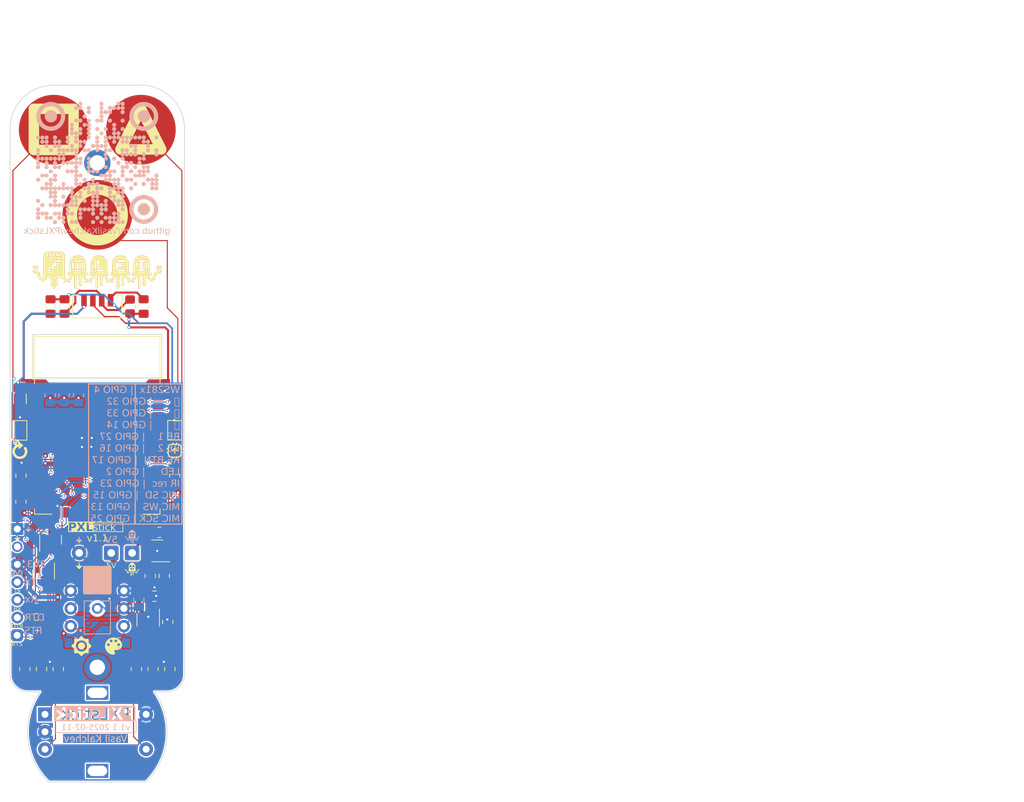
<source format=kicad_pcb>
(kicad_pcb (version 20240108) (generator "pcbnew") (generator_version "8.0")
  (title_block (title "PXL stick") (date "2025-02-11") (rev "1.1") (company "Vas' lab") (comment 1 "https://github.com/VasilKalchev/PXLstick"))
  (layers (0 "F.Cu" mixed) (31 "B.Cu" mixed) (36 "B.SilkS" user "B.Silkscreen") (37 "F.SilkS" user "F.Silkscreen") (38 "B.Mask" user) (39 "F.Mask" user) (44 "Edge.Cuts" user))
  (net 0 "")
  (net 1 "MIC_SCK")
  (net 2 "MIC_SD")
  (net 3 "MIC_WS")
  (net 4 "REB")
  (net 5 "RE2")
  (net 6 "RE1")
  (net 7 "Net-(U2-VS)")
  (net 8 "/MCU/SERIAL_TX")
  (net 9 "/MCU/SERIAL_RX")
  (net 10 "GND")
  (net 11 "+3V3")
  (net 12 "Net-(D1-K)")
  (net 14 "Net-(U3-CHIPEN)")
  (net 15 "Net-(U5-A)")
  (net 20 "/MCU/SERIAL_DTR")
  (net 21 "/MCU/SERIAL_RTS")
  (net 22 "/MCU/MCU_TX")
  (net 23 "/MCU/MCU_RX")
  (net 24 "+5V")
  (net 25 "/MCU/LED")
  (net 28 "IR")
  (net 29 "/WS2812b output/WS2812_5V")
  (net 30 "TB2")
  (net 31 "TB3")
  (net 32 "TB1")
  (net 33 "Net-(Q1-G)")
  (net 34 "/MCU/MCU_EN")
  (net 35 "Net-(Q2-G)")
  (net 36 "/MCU/WS2812_3V3")
  (net 37 "/MCU/MCU_BOOT")
  (footprint "Vishay:TSOP75_WTT_VIS" (layer "F.Cu") (at 73.355349 71.094651 -90)
    (property "Reference" "U2" (hide yes))
    (property "Value" "TSOP75438WTT")
  )
  (footprint "Capacitor_SMD:C_0805_2012Metric_Pad1.18x1.45mm_HandSolder" (layer "F.Cu") (at 68.655349 71.094651 -90)
    (property "Reference" "C6" (hide yes))
    (property "Value" "100n")
  )
  (footprint "Capacitor_SMD:C_0805_2012Metric_Pad1.18x1.45mm_HandSolder" (layer "F.Cu") (at 80 71.1 90)
    (property "Reference" "C10" (hide yes))
    (property "Value" "100n")
  )
  (footprint "Resistor_SMD:R_0805_2012Metric_Pad1.20x1.40mm_HandSolder" (layer "F.Cu") (at 78.055349 71.094651 90)
    (property "Reference" "R8" (hide yes))
    (property "Value" "33")
  )
  (footprint "LOGO" (layer "F.Cu") (at 71.087467 119.787467)
    (property "Reference" "ss4" (hide yes))
    (property "Value" "brightness" (hide yes))
  )
  (footprint "Espressif:ESP32-WROOM-32E" (layer "F.Cu") (at 73.355349 89.884651)
    (property "Reference" "U4" (hide yes))
    (property "Value" "ESP32-WROOM-E")
  )
  (footprint "Package_TO_SOT_SMD:SOT-23-6" (layer "F.Cu") (at 81.955349 106.144651 180)
    (property "Reference" "U5" (hide yes))
    (property "Value" "SN74LVC1T45DCK")
  )
  (footprint "Resistor_SMD:R_0805_2012Metric_Pad1.20x1.40mm_HandSolder" (layer "F.Cu") (at 62.955349 123.094651 90)
    (property "Reference" "R4" (hide yes))
    (property "Value" "10k")
  )
  (footprint "Pad:Touch_Circular_10mm" (layer "F.Cu") (at 73.355349 57.95)
    (property "Reference" "SW3" (hide yes))
    (property "Value" "~" (hide yes))
  )
  (footprint "Capacitor_SMD:C_0805_2012Metric_Pad1.18x1.45mm_HandSolder" (layer "F.Cu") (at 65.355349 123.094651 90)
    (property "Reference" "C5" (hide yes))
    (property "Value" "100n")
  )
  (footprint "Pad:Touch_Circular_10mm" (layer "F.Cu") (at 79.605349 45.744651 90)
    (property "Reference" "SW2" (hide yes))
    (property "Value" "~" (hide yes))
  )
  (footprint "Capacitor_SMD:C_1206_3216Metric_Pad1.33x1.80mm_HandSolder" (layer "F.Cu") (at 62.255349 84.344651 90)
    (property "Reference" "C8" (hide yes))
    (property "Value" "100n")
  )
  (footprint "Resistor_SMD:R_0805_2012Metric_Pad1.20x1.40mm_HandSolder" (layer "F.Cu") (at 64.655349 114.394651)
    (property "Reference" "R13" (hide yes))
    (property "Value" "10k")
  )
  (footprint "NetTie_Vasil:NetTie-2_SMD_Pad0.20mm" (layer "F.Cu") (at 63.355349 109.544651 -90)
    (property "Reference" "NT2" (hide yes))
    (property "Value" "NetTie_2" (hide yes))
  )
  (footprint "Package_TO_SOT_SMD:SOT-23" (layer "F.Cu") (at 65.655349 109.544651 -90)
    (property "Reference" "Q2" (hide yes))
    (property "Value" "IRLML6244")
  )
  (footprint "LOGO" (layer "F.Cu") (at 78.35 108.8)
    (property "Reference" "G***" (hide yes))
    (property "Value" "LOGO" (hide yes))
  )
  (footprint "Package_TO_SOT_SMD:SOT-23-5_HandSoldering" (layer "F.Cu") (at 80.655349 116.044651 -90)
    (property "Reference" "U1" (hide yes))
    (property "Value" "AP2112K-3.3")
  )
  (footprint "Jumper:SolderJumper-2_P1.3mm_Open_TrianglePad1.0x1.5mm" (layer "F.Cu") (at 84.455349 88.844651 90)
    (property "Reference" "JP2" (hide yes))
    (property "Value" "BOOT")
  )
  (footprint "NetTie_Vasil:NetTie-2_SMD_Pad0.20mm" (layer "F.Cu") (at 63.355349 112.244651 -90)
    (property "Reference" "NT1" (hide yes))
    (property "Value" "NetTie_2" (hide yes))
  )
  (footprint "Resistor_SMD:R_0805_2012Metric_Pad1.20x1.40mm_HandSolder" (layer "F.Cu") (at 64.655349 116.844651)
    (property "Reference" "R14" (hide yes))
    (property "Value" "10k")
  )
  (footprint "Capacitor_SMD:C_0805_2012Metric_Pad1.18x1.45mm_HandSolder" (layer "F.Cu") (at 82.955349 109.744651 -90)
    (property "Reference" "C16" (hide yes))
    (property "Value" "470n")
  )
  (footprint "Capacitor_SMD:C_0805_2012Metric_Pad1.18x1.45mm_HandSolder" (layer "F.Cu") (at 83.455349 116.344651 90)
    (property "Reference" "C2" (hide yes))
    (property "Value" "1u")
  )
  (footprint "LOGO" (layer "F.Cu") (at 75.712533 119.787467)
    (property "Reference" "ss5" (hide yes))
    (property "Value" "palette" (hide yes))
  )
  (footprint "Jumper:SolderJumper-2_P1.3mm_Open_TrianglePad1.0x1.5mm" (layer "F.Cu") (at 62.255349 88.869651 -90)
    (property "Reference" "JP1" (hide yes))
    (property "Value" "RST")
  )
  (footprint "Capacitor_SMD:C_0805_2012Metric_Pad1.18x1.45mm_HandSolder" (layer "F.Cu") (at 80.955349 109.744651 -90)
    (property "Reference" "C15" (hide yes))
    (property "Value" "470n")
  )
  (footprint "Connector_Wire:SolderWire-0.5sqmm_1x01_D0.9mm_OD2.1mm" (layer "F.Cu") (at 78.355349 106.444651)
    (property "Reference" "J4" (hide yes))
    (property "Value" "Conn_01x01" (hide yes))
  )
  (footprint "Resistor_SMD:R_0805_2012Metric_Pad1.20x1.40mm_HandSolder" (layer "F.Cu") (at 82.255349 103.494651)
    (property "Reference" "R15" (hide yes))
    (property "Value" "430")
  )
  (footprint "Pad:Touch_Circular_10mm" (layer "F.Cu") (at 67.105349 45.744651 90)
    (property "Reference" "SW1" (hide yes))
    (property "Value" "~" (hide yes))
  )
  (footprint "Resistor_SMD:R_0805_2012Metric_Pad1.20x1.40mm_HandSolder" (layer "F.Cu") (at 81.355349 123.094651 90)
    (property "Reference" "R5" (hide yes))
    (property "Value" "10k")
  )
  (footprint "Connector_Wire:SolderWire-0.5sqmm_1x02_P4.6mm_D0.9mm_OD2.1mm" (layer "F.Cu") (at 75.355349 106.444651 180)
    (property "Reference" "J1" (hide yes))
    (property "Value" "Conn_01x02" (hide yes))
  )
  (footprint "Rotary_Encoder:RotaryEncoder_Alps_EC11E-Switch_Vertical_H20mm" (layer "F.Cu") (at 65.855349 129.594651)
    (property "Reference" "RE1" (hide yes))
    (property "Value" "RotaryEncoder_Switch")
  )
  (footprint "Resistor_SMD:R_0805_2012Metric_Pad1.20x1.40mm_HandSolder" (layer "F.Cu") (at 84.45 95.35 90)
    (property "Reference" "R12" (hide yes))
    (property "Value" "20k")
  )
  (footprint "Capacitor_SMD:C_0805_2012Metric_Pad1.18x1.45mm_HandSolder" (layer "F.Cu") (at 66.65 71.1 90)
    (property "Reference" "C9" (hide yes))
    (property "Value" "100n")
  )
  (footprint "Capacitor_SMD:C_0805_2012Metric_Pad1.18x1.45mm_HandSolder" (layer "F.Cu") (at 62.4125 95.3375 90)
    (property "Reference" "C14" (hide yes))
    (property "Value" "100n")
  )
  (footprint "LOGO" (layer "F.Cu") (at 73.355349 65.844651)
    (property "Reference" "ss2" (hide yes))
    (property "Value" "wled logo" (hide yes))
  )
  (footprint "LOGO" (layer "F.Cu") (at 84.46 91.78)
    (property "Reference" "ss7" (hide yes))
    (property "Value" "bootloader" (hide yes))
  )
  (footprint "Resistor_SMD:R_0805_2012Metric_Pad1.20x1.40mm_HandSolder" (layer "F.Cu") (at 62.4 99.1 90)
    (property "Reference" "R11" (hide yes))
    (property "Value" "20k")
  )
  (footprint "Connector_PinSocket_2.54mm:PinSocket_1x01_P2.54mm_Vertical" (layer "F.Cu") (at 61.855349 118.249651)
    (property "Reference" "J3" (hide yes))
    (property "Value" "Conn_01x01_Socket" (hide yes))
  )
  (footprint "Capacitor_SMD:C_0805_2012Metric_Pad1.18x1.45mm_HandSolder" (layer "F.Cu") (at 83.755349 123.094651 90)
    (property "Reference" "C3" (hide yes))
    (property "Value" "100n")
  )
  (footprint "LOGO" (layer "F.Cu") (at 73.355349 65.844651)
    (property "Reference" "G***" (hide yes))
    (property "Value" "LOGO" (hide yes))
  )
  (footprint "LED_SMD:LED_0805_2012Metric_Pad1.15x1.40mm_HandSolder" (layer "F.Cu") (at 73.35 110.75)
    (property "Reference" "D1" (hide yes))
    (property "Value" "LED_Small")
  )
  (footprint "Resistor_SMD:R_0805_2012Metric_Pad1.20x1.40mm_HandSolder" (layer "F.Cu") (at 73.35 112.65 180)
    (property "Reference" "R1" (hide yes))
    (property "Value" "470")
  )
  (footprint "Capacitor_SMD:C_0805_2012Metric_Pad1.18x1.45mm_HandSolder" (layer "F.Cu") (at 81.555349 112.644651)
    (property "Reference" "C1" (hide yes))
    (property "Value" "1u")
  )
  (footprint "Connector_PinSocket_2.54mm:PinSocket_1x06_P2.54mm_Vertical" (layer "F.Cu") (at 61.880349 103.009651)
    (property "Reference" "J2" (hide yes))
    (property "Value" "Conn_01x06_Socket" (hide yes))
  )
  (footprint "Capacitor_SMD:C_0805_2012Metric_Pad1.18x1.45mm_HandSolder" (layer "F.Cu") (at 67.755349 123.094651 90)
    (property "Reference" "C4" (hide yes))
    (property "Value" "100n")
  )
  (footprint "Package_TO_SOT_SMD:SOT-23" (layer "F.Cu") (at 66.655349 104.544651 90)
    (property "Reference" "Q1" (hide yes))
    (property "Value" "IRLML6244")
  )
  (footprint "LOGO" (layer "F.Cu") (at 62.25 91.73 90)
    (property "Reference" "ss6" (hide yes))
    (property "Value" "reset" (hide yes))
  )
  (footprint "Resistor_SMD:R_0805_2012Metric_Pad1.20x1.40mm_HandSolder" (layer "F.Cu") (at 78.955349 123.094651 -90)
    (property "Reference" "R3" (hide yes))
    (property "Value" "10k")
  )
  (footprint "Resistor_SMD:R_0805_2012Metric_Pad1.20x1.40mm_HandSolder" (layer "B.Cu") (at 70.255349 119.344651)
    (property "Reference" "R9" (hide yes))
    (property "Value" "10k")
  )
  (footprint "LOGO" (layer "B.Cu") (at 73.355349 50.494651 180)
    (property "Reference" "ss1" (hide yes))
    (property "Value" "qr" (hide yes))
  )
  (footprint "Resistor_SMD:R_0805_2012Metric_Pad1.20x1.40mm_HandSolder" (layer "B.Cu") (at 76.455349 119.344651 180)
    (property "Reference" "R10" (hide yes))
    (property "Value" "100k")
  )
  (footprint "MountingHole:MountingHole_2.2mm_M2_ISO14580_Pad_TopOnly" (layer "B.Cu") (at 73.355349 50.494651 180)
    (property "Reference" "H1" (hide yes))
    (property "Value" "MountingHole")
  )
  (footprint "LOGO" (layer "B.Cu") (at 78.355349 104.1 180)
    (property "Reference" "ss3" (hide yes))
    (property "Value" "ws281x signal" (hide yes))
  )
  (footprint "TDK:INMP441ACEZ-R7" (layer "B.Cu") (at 73.355349 115.688105 -90)
    (property "Reference" "U3" (hide yes))
    (property "Value" "INMP441ACEZ-R7")
  )
  (footprint "Board_breakout:INMP441 breakout" (layer "B.Cu") (at 73.355349 114.398105 180)
    (property "Reference" "A1" (hide yes))
    (property "Value" "INMP441")
    (fp_circle (center 0 0) (end 1 0) (stroke (width 0.05)) (fill none) (layer "Edge.Cuts"))
  )
  (footprint "Capacitor_SMD:C_0805_2012Metric_Pad1.18x1.45mm_HandSolder" (layer "B.Cu") (at 68.605349 83.844651 90)
    (property "Reference" "C11" (hide yes))
    (property "Value" "100n")
  )
  (footprint "Capacitor_SMD:C_0805_2012Metric_Pad1.18x1.45mm_HandSolder" (layer "B.Cu") (at 79.305349 113.144651 90)
    (property "Reference" "C7" (hide yes))
    (property "Value" "100n")
  )
  (footprint "Capacitor_SMD:C_0805_2012Metric_Pad1.18x1.45mm_HandSolder" (layer "B.Cu") (at 70.655349 83.844651 90)
    (property "Reference" "C13" (hide yes))
    (property "Value" "100n")
  )
  (footprint "MountingHole:MountingHole_2.2mm_M2_ISO14580_Pad_TopOnly" (layer "B.Cu") (at 73.355349 122.844651 180)
    (property "Reference" "H2" (hide yes))
    (property "Value" "MountingHole")
  )
  (footprint "Capacitor_SMD:C_0805_2012Metric_Pad1.18x1.45mm_HandSolder" (layer "B.Cu") (at 66.605349 83.844651 90)
    (property "Reference" "C12" (hide yes))
    (property "Value" "100n")
  )
  (gr_line (start 67.29 132.225) (end 67.29 130.5625) (stroke (width 0.1)) (layer "B.SilkS"))
  (gr_line (start 63.455349 102.744651) (end 63.455349 103.144651) (stroke (width 0.15)) (layer "B.SilkS"))
  (gr_line (start 78.8 82.2) (end 78.8 102.3) (stroke (width 0.15)) (layer "B.SilkS"))
  (gr_rect (start 71.555349 108.544651) (end 75.155349 112.144651) (stroke (width 0.5)) (fill solid) (layer "B.SilkS"))
  (gr_rect (start 72.1 82.2) (end 85.5 102.3) (stroke (width 0.15)) (fill none) (layer "B.SilkS"))
  (gr_line (start 78.92 132.225) (end 67.29 132.225) (stroke (width 0.1)) (layer "B.SilkS"))
  (gr_line (start 78.92 130.525) (end 78.92 132.225) (stroke (width 0.1)) (layer "B.SilkS"))
  (gr_line (start 70.75 104.2) (end 70.75 104.65) (stroke (width 0.15)) (layer "B.SilkS"))
  (gr_poly (pts (xy 70.75 105) (xy 71.2 104.55) (xy 70.3 104.55)) (stroke (width 0.05)) (fill solid) (layer "B.SilkS"))
  (gr_poly (pts (xy 63.455349 103.444651) (xy 63.855349 103.044651) (xy 63.055349 103.044651)) (stroke (width 0.05)) (fill solid) (layer "B.SilkS"))
  (gr_poly (pts (xy 61.880349 104.694651) (xy 61.480349 104.294651) (xy 62.280349 104.294651)) (stroke (width 0.05)) (fill solid) (layer "F.SilkS"))
  (gr_poly (pts (xy 70.75 108.75) (xy 70.3 108.3) (xy 71.2 108.3)) (stroke (width 0.05)) (fill solid) (layer "F.SilkS"))
  (gr_line (start 72.73 102.04) (end 77.03 102.04) (stroke (width 0.1)) (layer "F.SilkS"))
  (gr_poly (pts (xy 79.605349 42.720725) (xy 76.680349 48.570725) (xy 82.530349 48.570725)) (stroke (width 1.5)) (fill none) (layer "F.SilkS"))
  (gr_line (start 73.605349 110.344651) (end 73.105349 110.744651) (stroke (width 0.1)) (layer "F.SilkS"))
  (gr_circle (center 73.355349 57.95) (end 77 57.95) (stroke (width 1.5)) (fill none) (layer "F.SilkS"))
  (gr_line (start 73.105349 111.144651) (end 73.105349 110.344651) (stroke (width 0.1)) (layer "F.SilkS"))
  (gr_line (start 77.03 103.39) (end 72.72 103.39) (stroke (width 0.1)) (layer "F.SilkS"))
  (gr_line (start 73.605349 111.144651) (end 73.105349 110.744651) (stroke (width 0.1)) (layer "F.SilkS"))
  (gr_rect (start 64.255349 42.744651) (end 69.955349 48.644651) (stroke (width 1.5)) (fill none) (layer "F.SilkS"))
  (gr_line (start 61.880349 104.394651) (end 61.880349 103.994651) (stroke (width 0.15)) (layer "F.SilkS"))
  (gr_line (start 77.03 102.04) (end 77.03 103.39) (stroke (width 0.1)) (layer "F.SilkS"))
  (gr_line (start 70.75 108.4) (end 70.75 107.95) (stroke (width 0.15)) (layer "F.SilkS"))
  (gr_line (start 73.605349 111.144651) (end 73.605349 110.344651) (stroke (width 0.1)) (layer "F.SilkS"))
  (gr_arc (start 63.331712 126.344537) (mid 61.587582 125.612418) (end 60.855352 123.8447) (stroke (width 0.1)) (layer "Edge.Cuts"))
  (gr_line (start 65.157804 126.353281) (end 63.331712 126.344537) (stroke (width 0.1)) (layer "Edge.Cuts"))
  (gr_arc (start 81.545153 126.355575) (mid 83.311619 133.054032) (end 80.303475 139.290913) (stroke (width 0.1)) (layer "Edge.Cuts"))
  (gr_line (start 60.855349 123.8447) (end 60.855349 45.59465) (stroke (width 0.1)) (layer "Edge.Cuts"))
  (gr_arc (start 79.60535 39.344651) (mid 84.024766 41.175234) (end 85.855349 45.59465) (stroke (width 0.1)) (layer "Edge.Cuts"))
  (gr_line (start 67.10535 39.344651) (end 79.60535 39.344651) (stroke (width 0.1)) (layer "Edge.Cuts"))
  (gr_line (start 83.454566 126.355574) (end 81.545153 126.355575) (stroke (width 0.1)) (layer "Edge.Cuts"))
  (gr_line (start 85.855349 45.59465) (end 85.855349 123.955393) (stroke (width 0.1)) (layer "Edge.Cuts"))
  (gr_arc (start 85.855349 123.955393) (mid 85.088805 125.659748) (end 83.454566 126.355574) (stroke (width 0.1)) (layer "Edge.Cuts"))
  (gr_arc (start 66.400001 139.290913) (mid 63.392743 133.04836) (end 65.157804 126.353281) (stroke (width 0.1)) (layer "Edge.Cuts"))
  (gr_line (start 66.400001 139.290913) (end 80.303475 139.290913) (stroke (width 0.1)) (layer "Edge.Cuts"))
  (gr_arc (start 60.855349 45.59465) (mid 62.685932 41.175234) (end 67.10535 39.344649) (stroke (width 0.1)) (layer "Edge.Cuts"))
  (gr_rect (start 64.105349 75.094651) (end 82.605349 81.344651) (stroke (width 0.1)) (fill none) (layer "Edge.Cuts"))
  (gr_text "Vasil Kalchev" (at 73.09 133.15 0) (layer "B.Cu" knockout) (effects (font (size 1 1)) (justify mirror)))
  (gr_text "PXLstick" (at 73.13 129.65 0) (layer "B.Cu") (effects (font (size 1.7 1.7) (thickness 0.2125)) (justify mirror)))
  (gr_text "Rx" (at 62.955349 113.144651 0) (layer "B.SilkS") (effects (font (size 1 1) (thickness 0.125)) (justify right mirror)))
  (gr_text "Vasil Kalchev" (at 73.09 133.15 0) (layer "B.SilkS") (effects (font (size 1 1)) (justify mirror)))
  (gr_text "3V3" (at 63.255349 108.094651 0) (layer "B.SilkS") (effects (font (size 1 1) (thickness 0.125)) (justify right mirror)))
  (gr_text "Tx" (at 62.955349 110.644651 0) (layer "B.SilkS") (effects (font (size 1 1) (thickness 0.125)) (justify right mirror)))
  (gr_text "DTR" (at 62.905349 115.744651 0) (layer "B.SilkS") (effects (font (size 1 1) (thickness 0.125)) (justify right mirror)))
  (gr_text "PXLstick" (at 73.125 129.65 0) (layer "B.SilkS" knockout) (effects (font (size 1.7 1.7) (bold yes)) (justify mirror)))
  (gr_text "v${REVISION} ${ISSUE_DATE}" (at 73.15 131.5 0) (layer "B.SilkS") (effects (font (size 0.85 0.85) (thickness 0.125)) (justify mirror)))
  (gr_text "5V" (at 75.355349 104.594651 0) (layer "B.SilkS") (effects (font (size 1 1) (thickness 0.125)) (justify mirror)))
  (gr_text "WS281x  | GPIO 4\n󰝣       | GPIO 32\n󰔷       | GPIO 33\n󰄰       | GPIO 14\nRE 1    | GPIO 27\nRE 2    | GPIO 16\nRE BTN  | GPIO 17\nLED     | GPIO 2\nIR rec  | GPIO 23\nMIC SD  | GPIO 15\nMIC WS  | GPIO 13\nMIC SCK | GPIO 25" (at 85.2 82.5 0) (layer "B.SilkS") (effects (font (size 1 1) (thickness 0.125)) (justify left top mirror)))
  (gr_text "RTS" (at 62.855349 117.644651 0) (layer "B.SilkS") (effects (font (size 1 1) (thickness 0.125)) (justify right mirror)))
  (gr_text "github.com/VasilKalchev/PXLstick" (at 73.3 60.3 0) (layer "B.SilkS") (effects (font (size 0.9 0.9) (thickness 0.1875)) (justify mirror)))
  (gr_text "Rx" (at 61.880349 114.444651 0) (layer "F.SilkS") (effects (font (size 0.6 0.6) (thickness 0.075))))
  (gr_text "5V" (at 75.355349 108.3 0) (layer "F.SilkS") (effects (font (size 0.8 0.8) (thickness 0.1))))
  (gr_text "PXL" (at 72.75 102.81 0) (layer "F.SilkS" knockout) (effects (font (size 1.2 1.2) (thickness 0.24) (bold yes)) (justify right)))
  (gr_text "DTR" (at 61.880349 116.994651 0) (layer "F.SilkS") (effects (font (size 0.6 0.6) (thickness 0.075))))
  (gr_text "RTS" (at 61.855349 119.544651 0) (layer "F.SilkS") (effects (font (size 0.6 0.6) (thickness 0.075))))
  (gr_text "3V3" (at 61.875349 109.754651 0) (layer "F.SilkS") (effects (font (size 0.6 0.6) (thickness 0.075)) (justify bottom)))
  (gr_text "v${REVISION}" (at 73.36 103.78 0) (layer "F.SilkS") (effects (font (size 1 1) (thickness 0.1) (italic yes)) (justify top)))
  (gr_text "stick" (at 72.76 102.82 0) (layer "F.SilkS") (effects (font (size 1 1) (thickness 0.15) (italic yes)) (justify left)))
  (gr_text "Tx" (at 61.880349 111.919651 0) (layer "F.SilkS") (effects (font (size 0.6 0.6) (thickness 0.075))))
  (segment (start 69.75 97.9) (end 69.75 97.039302) (width 0.15) (layer "F.Cu") (net 1))
  (segment (start 68.3 115.692756) (end 69.545349 116.938105) (width 0.15) (layer "F.Cu") (net 1))
  (segment (start 69.75 97.039302) (end 67.015349 94.304651) (width 0.15) (layer "F.Cu") (net 1))
  (segment (start 68.3 101.8) (end 68.3 115.692756) (width 0.15) (layer "F.Cu") (net 1))
  (segment (start 67.015349 94.304651) (end 64.605349 94.304651) (width 0.15) (layer "F.Cu") (net 1))
  (via (at 69.75 97.9) (size 0.45) (drill 0.3) (layers "F.Cu" "B.Cu") (net 1))
  (via (at 68.3 101.8) (size 0.45) (drill 0.3) (layers "F.Cu" "B.Cu") (net 1))
  (segment (start 68.3 99.85) (end 68.3 101.8) (width 0.15) (layer "B.Cu") (net 1))
  (segment (start 72.025349 117.558105) (end 71.797076 117.558105) (width 0.15) (layer "B.Cu") (net 1))
  (segment (start 71.583622 117.344651) (end 69.951895 117.344651) (width 0.15) (layer "B.Cu") (net 1))
  (segment (start 71.797076 117.558105) (end 71.583622 117.344651) (width 0.15) (layer "B.Cu") (net 1))
  (segment (start 69.75 97.9) (end 69.75 98.4) (width 0.15) (layer "B.Cu") (net 1))
  (segment (start 69.75 98.4) (end 68.3 99.85) (width 0.15) (layer "B.Cu") (net 1))
  (segment (start 77.655349 110.444651) (end 76.455349 110.444651) (width 0.15) (layer "F.Cu") (net 2))
  (segment (start 77.165349 116.938105) (end 78.655349 115.448105) (width 0.15) (layer "F.Cu") (net 2))
  (segment (start 73.55 105.25) (end 77.795349 101.004651) (width 0.15) (layer "F.Cu") (net 2))
  (segment (start 78.655349 115.448105) (end 78.655349 111.444651) (width 0.15) (layer "F.Cu") (net 2))
  (segment (start 73.55 107.539302) (end 73.55 105.25) (width 0.15) (layer "F.Cu") (net 2))
  (segment (start 76.455349 110.444651) (end 73.55 107.539302) (width 0.15) (layer "F.Cu") (net 2))
  (segment (start 78.655349 111.444651) (end 77.655349 110.444651) (width 0.15) (layer "F.Cu") (net 2))
  (segment (start 72.550349 115.983105) (end 72.025349 116.508105) (width 0.15) (layer "B.Cu") (net 2))
  (segment (start 77.165349 116.938105) (end 77.165349 119.054651) (width 0.15) (layer "B.Cu") (net 2))
  (segment (start 77.148803 116.938105) (end 76.193803 115.983105) (width 0.15) (layer "B.Cu") (net 2))
  (segment (start 76.193803 115.983105) (end 72.550349 115.983105) (width 0.15) (layer "B.Cu") (net 2))
  (segment (start 69.255349 109.886605) (end 69.255349 100.984651) (width 0.15) (layer "F.Cu") (net 3))
  (segment (start 70.734349 111.365605) (end 69.255349 109.886605) (width 0.15) (layer "F.Cu") (net 3))
  (segment (start 69.545349 114.398105) (end 70.734349 113.209105) (width 0.15) (layer "F.Cu") (net 3))
  (segment (start 70.734349 113.209105) (end 70.734349 111.365605) (width 0.15) (layer "F.Cu") (net 3))
  (segment (start 71.505349 115.144651) (end 70.291895 115.144651) (width 0.15) (layer "B.Cu") (net 3))
  (segment (start 71.818803 115.458105) (end 71.505349 115.144651) (width 0.15) (layer "B.Cu") (net 3))
  (segment (start 70.291895 115.144651) (end 69.545349 114.398105) (width 0.15) (layer "B.Cu") (net 3))
  (segment (start 78.555349 126.394651) (end 80.855349 124.094651) (width 0.15) (layer "F.Cu") (net 4))
  (segment (start 85.480349 99.080349) (end 83.25 96.85) (width 0.15) (layer "F.Cu") (net 4))
  (segment (start 83.755349 124.132151) (end 85.067849 124.132151) (width 0.15) (layer "F.Cu") (net 4))
  (segment (start 83.25 96.85) (end 83.25 96.339302) (width 0.15) (layer "F.Cu") (net 4))
  (segment (start 85.067849 124.132151) (end 85.480349 123.719651) (width 0.15) (layer "F.Cu") (net 4))
  (segment (start 78.555349 132.794651) (end 78.555349 126.394651) (width 0.15) (layer "F.Cu") (net 4))
  (segment (start 80.855349 124.094651) (end 83.717849 124.094651) (width 0.15) (layer "F.Cu") (net 4))
  (segment (start 83.25 96.339302) (end 82.485349 95.574651) (width 0.15) (layer "F.Cu") (net 4))
  (segment (start 80.355349 134.594651) (end 78.555349 132.794651) (width 0.15) (layer "F.Cu") (net 4))
  (segment (start 85.480349 123.719651) (end 85.480349 99.080349) (width 0.15) (layer "F.Cu") (net 4))
  (segment (start 85.155349 99.555349) (end 85.155349 122.944651) (width 0.15) (layer "F.Cu") (net 5))
  (segment (start 85.155349 122.944651) (end 84.955349 123.144651) (width 0.15) (layer "F.Cu") (net 5))
  (segment (start 69.042849 125.219651) (end 77.830349 125.219651) (width 0.15) (layer "F.Cu") (net 5))
  (segment (start 67.855349 124.032151) (end 69.042849 125.219651) (width 0.15) (layer "F.Cu") (net 5))
  (segment (start 77.830349 125.219651) (end 78.955349 124.094651) (width 0.15) (layer "F.Cu") (net 5))
  (segment (start 82.444651 96.844651) (end 85.155349 99.555349) (width 0.15) (layer "F.Cu") (net 5))
  (segment (start 79.955349 123.144651) (end 79.005349 124.094651) (width 0.15) (layer "F.Cu") (net 5))
  (segment (start 67.355349 133.094651) (end 67.355349 124.532151) (width 0.15) (layer "F.Cu") (net 5))
  (segment (start 84.955349 123.144651) (end 79.955349 123.144651) (width 0.15) (layer "F.Cu") (net 5))
  (segment (start 65.855349 134.594651) (end 67.355349 133.094651) (width 0.15) (layer "F.Cu") (net 5))
  (segment (start 63.055349 104.455349) (end 63.055349 102.694651) (width 0.15) (layer "F.Cu") (net 6))
  (segment (start 61.230349 119.894651) (end 61.230349 122.369651) (width 0.15) (layer "F.Cu") (net 6))
  (segment (start 63.105349 118.994651) (end 62.655349 119.444651) (width 0.15) (layer "F.Cu") (net 6))
  (segment (start 66.755349 125.532151) (end 65.355349 124.132151) (width 0.15) (layer "F.Cu") (net 6))
  (segment (start 63.105349 118.344651) (end 63.105349 118.994651) (width 0.15) (layer "F.Cu") (net 6))
  (segment (start 65.104849 111.580973) (end 65.104849 112.695151) (width 0.15) (layer "F.Cu") (net 6))
  (segment (start 66.755349 128.694651) (end 66.755349 125.532151) (width 0.15) (layer "F.Cu") (net 6))
  (segment (start 62.255349 124.094651) (end 65.317849 124.094651) (width 0.15) (layer "F.Cu") (net 6))
  (segment (start 64.255349 117.919651) (end 63.530349 117.919651) (width 0.15) (layer "F.Cu") (net 6))
  (segment (start 63.755349 101.394651) (end 63.455349 101.094651) (width 0.15) (layer "F.Cu") (net 6))
  (segment (start 63.1 104.5) (end 63.055349 104.455349) (width 0.15) (layer "F.Cu") (net 6))
  (segment (start 61.680349 119.444651) (end 61.230349 119.894651) (width 0.15) (layer "F.Cu") (net 6))
  (segment (start 63.455349 97.644651) (end 64.255349 96.844651) (width 0.15) (layer "F.Cu") (net 6))
  (segment (start 63.055349 102.694651) (end 63.755349 101.994651) (width 0.15) (layer "F.Cu") (net 6))
  (segment (start 63.755349 101.994651) (end 63.755349 101.394651) (width 0.15) (layer "F.Cu") (net 6))
  (segment (start 62.655349 119.444651) (end 61.680349 119.444651) (width 0.15) (layer "F.Cu") (net 6))
  (segment (start 61.230349 122.369651) (end 62.955349 124.094651) (width 0.15) (layer "F.Cu") (net 6))
  (segment (start 63.530349 117.919651) (end 63.105349 118.344651) (width 0.15) (layer "F.Cu") (net 6))
  (segment (start 64.655349 117.519651) (end 64.255349 117.919651) (width 0.15) (layer "F.Cu") (net 6))
  (segment (start 64.655349 113.144651) (end 64.655349 117.519651) (width 0.15) (layer "F.Cu") (net 6))
  (segment (start 63.455349 101.094651) (end 63.455349 97.644651) (width 0.15) (layer "F.Cu") (net 6))
  (segment (start 65.104849 112.695151) (end 64.655349 113.144651) (width 0.15) (layer "F.Cu") (net 6))
  (via (at 63.1 104.5) (size 0.45) (drill 0.3) (layers "F.Cu" "B.Cu") (net 6))
  (via (at 65.104849 111.580973) (size 0.45) (drill 0.3) (layers "F.Cu" "B.Cu") (net 6))
  (segment (start 63.1 104.5) (end 64.455349 105.855349) (width 0.15) (layer "B.Cu") (net 6))
  (segment (start 64.455349 110.931473) (end 65.104849 111.580973) (width 0.15) (layer "B.Cu") (net 6))
  (segment (start 64.455349 105.855349) (end 64.455349 110.931473) (width 0.15) (layer "B.Cu") (net 6))
  (segment (start 74.8 71.6) (end 76.4 71.6) (width 0.3) (layer "F.Cu") (net 7))
  (segment (start 73.990349 69.590349) (end 73.25 68.85) (width 0.3) (layer "F.Cu") (net 7))
  (segment (start 70.2 70.5875) (end 68.655349 72.132151) (width 0.3) (layer "F.Cu") (net 7))
  (segment (start 73.25 68.85) (end 70.75 68.85) (width 0.3) (layer "F.Cu") (net 7))
  (segment (start 76.4 71.6) (end 77.905349 70.094651) (width 0.3) (layer "F.Cu") (net 7))
  (segment (start 73.990349 70.790349) (end 74.8 71.6) (width 0.3) (layer "F.Cu") (net 7))
  (segment (start 70.2 69.4) (end 70.2 70.5875) (width 0.3) (layer "F.Cu") (net 7))
  (segment (start 70.75 68.85) (end 70.2 69.4) (width 0.3) (layer "F.Cu") (net 7))
  (segment (start 62.970349 110.629651) (end 63.355349 110.244651) (width 0.15) (layer "F.Cu") (net 8))
  (segment (start 61.880349 110.629651) (end 62.970349 110.629651) (width 0.15) (layer "F.Cu") (net 8))
  (segment (start 63.355349 110.244651) (end 63.355349 109.744651) (width 0.15) (layer "F.Cu") (net 8))
  (segment (start 62.930349 113.169651) (end 63.355349 112.744651) (width 0.15) (layer "F.Cu") (net 9))
  (segment (start 63.355349 112.744651) (end 63.355349 112.469651) (width 0.15) (layer "F.Cu") (net 9))
  (segment (start 61.880349 113.169651) (end 62.930349 113.169651) (width 0.15) (layer "F.Cu") (net 9))
  (segment (start 71.155349 91.244651) (end 71.205349 91.244651) (width 0.3) (layer "F.Cu") (net 10))
  (segment (start 71.450349 71.149651) (end 71.450349 70.19465) (width 0.3) (layer "F.Cu") (net 10))
  (segment (start 62.005099 81.994901) (end 62.255349 82.245151) (width 0.3) (layer "F.Cu") (net 10))
  (segment (start 83 83.2) (end 82.674651 82.874651) (width 0.3) (layer "F.Cu") (net 10))
  (segment (start 62.5 94.3) (end 62.5 93.5) (width 0.15) (layer "F.Cu") (net 10))
  (segment (start 81.555349 111.382151) (end 80.955349 110.782151) (width 0.35) (layer "F.Cu") (net 10))
  (segment (start 82.479851 114.544651) (end 82.455349 114.520149) (width 0.35) (layer "F.Cu") (net 10))
  (segment (start 83.455349 115.307151) (end 83.455349 115.944651) (width 0.3) (layer "F.Cu") (net 10))
  (segment (start 62.255349 88.144651) (end 62.255349 86.994151) (width 0.15) (layer "F.Cu") (net 10))
  (segment (start 82.479851 114.569153) (end 83.217849 115.307151) (width 0.35) (layer "F.Cu") (net 10))
  (segment (start 79.0375 69.1) (end 76 69.1) (width 0.3) (layer "F.Cu") (net 10))
  (segment (start 69.3125 69.4) (end 68.655349 70.057151) (width 0.25) (layer "F.Cu") (net 10))
  (segment (start 82.479851 114.544651) (end 82.479851 114.569153) (width 0.35) (layer "F.Cu") (net 10))
  (segment (start 74.75 112.65) (end 75.1 113) (width 0.15) (layer "F.Cu") (net 10))
  (segment (start 75.260349 70.360349) (end 75.8 70.9) (width 0.25) (layer "F.Cu") (net 10))
  (segment (start 82.455349 114.520149) (end 82.455349 112.782151) (width 0.35) (layer "F.Cu") (net 10))
  (segment (start 67.635349 99.7) (end 67.635349 100.634651) (width 0.3) (layer "F.Cu") (net 10))
  (segment (start 80.625349 106.144651) (end 83.285349 106.144651) (width 0.3) (layer "F.Cu") (net 10))
  (segment (start 82.592849 112.644651) (end 81.844651 112.644651) (width 0.3) (layer "F.Cu") (net 10))
  (segment (start 76 69.1) (end 75.260349 69.839651) (width 0.3) (layer "F.Cu") (net 10))
  (segment (start 82.555349 111.182151) (end 82.555349 112.607151) (width 0.35) (layer "F.Cu") (net 10))
  (segment (start 66.65 70.0625) (end 68.65 70.0625) (width 0.3) (layer "F.Cu") (net 10))
  (segment (start 81.844651 112.644651) (end 81.8 112.6) (width 0.3) (layer "F.Cu") (net 10))
  (segment (start 84.455349 88.119651) (end 84.455349 87.455349) (width 0.15) (layer "F.Cu") (net 10))
  (segment (start 62.255349 82.869651) (end 64.600349 82.869651) (width 0.6) (layer "F.Cu") (net 10))
  (segment (start 62.255349 82.245151) (end 62.255349 82.869651) (width 0.3) (layer "F.Cu") (net 10))
  (segment (start 82.9 122.057151) (end 83.755349 122.057151) (width 0.15) (layer "F.Cu") (net 10))
  (segment (start 84.455349 87.455349) (end 84.4 87.4) (width 0.15) (layer "F.Cu") (net 10))
  (segment (start 65.355349 122.057151) (end 67.755349 122.057151) (width 0.3) (layer "F.Cu") (net 10))
  (segment (start 80.655349 115.6) (end 80.655349 114.694651) (width 0.35) (layer "F.Cu") (net 10))
  (segment (start 80.955349 110.782151) (end 82.955349 110.782151) (width 0.3) (layer "F.Cu") (net 10))
  (segment (start 83.455349 115.944651) (end 83.4 116) (width 0.3) (layer "F.Cu") (net 10))
  (segment (start 80 70.0625) (end 79.0375 69.1) (width 0.3) (layer "F.Cu") (net 10))
  (via (at 71.155349 89.944651) (size 0.45) (drill 0.3) (layers "F.Cu" "B.Cu") (net 10))
  (via (at 62.5 93.5) (size 0.45) (drill 0.3) (layers "F.Cu" "B.Cu") (net 10))
  (via (at 83.4 116) (size 0.45) (drill 0.3) (layers "F.Cu" "B.Cu") (net 10))
  (via (at 62.005099 81.994901) (size 0.45) (drill 0.3) (layers "F.Cu" "B.Cu") (net 10))
  (via (at 67.635349 99.7) (size 0.45) (drill 0.3) (layers "F.Cu" "B.Cu") (net 10))
  (via (at 75.1 113) (size 0.45) (drill 0.3) (layers "F.Cu" "B.Cu") (net 10))
  (via (at 80.655349 115.6) (size 0.45) (drill 0.3) (layers "F.Cu" "B.Cu") (net 10))
  (via (at 69.3125 69.4) (size 0.45) (drill 0.3) (layers "F.Cu" "B.Cu") (net 10))
  (via (at 81.8 112.6) (size 0.45) (drill 0.3) (layers "F.Cu" "B.Cu") (net 10))
  (via (at 81.955349 106.144651) (size 0.45) (drill 0.3) (layers "F.Cu" "B.Cu") (net 10))
  (via (at 83 83.2) (size 0.45) (drill 0.3) (layers "F.Cu" "B.Cu") (net 10))
  (via (at 72.555349 89.944651) (size 0.45) (drill 0.3) (layers "F.Cu" "B.Cu") (net 10))
  (via (at 72.505349 91.219651) (size 0.45) (drill 0.3) (layers "F.Cu" "B.Cu") (net 10))
  (via (at 82.9 122.057151) (size 0.45) (drill 0.3) (layers "F.Cu" "B.Cu") (net 10))
  (via (at 71.450349 71.149651) (size 0.45) (drill 0.3) (layers "F.Cu" "B.Cu") (net 10))
  (via (at 62.255349 86.994151) (size 0.45) (drill 0.3) (layers "F.Cu" "B.Cu") (net 10))
  (via (at 75.8 70.9) (size 0.45) (drill 0.3) (layers "F.Cu" "B.Cu") (net 10))
  (via (at 81.555349 111.382151) (size 0.45) (drill 0.3) (layers "F.Cu" "B.Cu") (net 10))
  (via (at 71.155349 91.244651) (size 0.45) (drill 0.3) (layers "F.Cu" "B.Cu") (net 10))
  (via (at 84.4 87.4) (size 0.45) (drill 0.3) (layers "F.Cu" "B.Cu") (net 10))
  (via (at 66.555349 122.057151) (size 0.45) (drill 0.3) (layers "F.Cu" "B.Cu") (net 10))
  (segment (start 84.1 74.25) (end 84.1 82.1) (width 0.25) (layer "B.Cu") (net 10))
  (segment (start 75.455349 118.244651) (end 75.455349 119.344651) (width 0.35) (layer "B.Cu") (net 10))
  (segment (start 66.605349 82.894651) (end 68.605349 82.894651) (width 0.6) (layer "B.Cu") (net 10))
  (segment (start 74.3 69.4) (end 75.8 70.9) (width 0.25) (layer "B.Cu") (net 10))
  (segment (start 68.605349 82.894651) (end 70.655349 82.894651) (width 0.6) (layer "B.Cu") (net 10))
  (segment (start 77 72.1) (end 77.9 72.1) (width 0.25) (layer "B.Cu") (net 10))
  (segment (start 70.45 72.15) (end 71.450349 71.149651) (width 0.3) (layer "B.Cu") (net 10))
  (segment (start 74.685349 114.408105) (end 74.390654 114.408105) (width 0.15) (layer "B.Cu") (net 10))
  (segment (start 84.1 82.1) (end 83 83.2) (width 0.25) (layer "B.Cu") (net 10))
  (segment (start 75.8 70.9) (end 77 72.1) (width 0.25) (layer "B.Cu") (net 10))
  (segment (start 77.165349 111.858105) (end 79.056303 111.858105) (width 0.35) (layer "B.Cu") (net 10))
  (segment (start 63.9 72.15) (end 70.45 72.15) (width 0.3) (layer "B.Cu") (net 10))
  (segment (start 83.35 73.5) (end 84.1 74.25) (width 0.25) (layer "B.Cu") (net 10))
  (segment (start 62.8 81.2) (end 62.8 73.25) (width 0.3) (layer "B.Cu") (net 10))
  (segment (start 77.9 72.1) (end 79.3 73.5) (width 0.25) (layer "B.Cu") (net 10))
  (segment (start 69.3125 69.4) (end 74.3 69.4) (width 0.25) (layer "B.Cu") (net 10))
  (segment (start 74.768803 117.558105) (end 75.455349 118.244651) (width 0.35) (layer "B.Cu") (net 10))
  (segment (start 74.390654 114.408105) (end 73.655654 113.673105) (width 0.15) (layer "B.Cu") (net 10))
  (segment (start 62.8 73.25) (end 63.9 72.15) (width 0.3) (layer "B.Cu") (net 10))
  (segment (start 62.005099 81.994901) (end 62.8 81.2) (width 0.3) (layer "B.Cu") (net 10))
  (segment (start 79.3 73.5) (end 83.35 73.5) (width 0.25) (layer "B.Cu") (net 10))
  (segment (start 62.7 85.375) (end 62.7 84.9) (width 0.6) (layer "F.Cu") (net 11))
  (segment (start 80.817849 107.732151) (end 80.955349 107.869651) (width 0.35) (layer "F.Cu") (net 11))
  (segment (start 62.7 84.9) (end 63.455349 84.144651) (width 0.6) (layer "F.Cu") (net 11))
  (segment (start 84.45 96.35) (end 84.95 96.85) (width 0.2) (layer "F.Cu") (net 11))
  (segment (start 66.65 72.1375) (end 63.9125 72.1375) (width 0.3) (layer "F.Cu") (net 11))
  (segment (start 77.905349 72.969651) (end 77.905349 72.244651) (width 0.3) (layer "F.Cu") (net 11))
  (segment (start 80 72.1375) (end 78.098198 72.1375) (width 0.3) (layer "F.Cu") (net 11))
  (segment (start 83.5 74.5) (end 83.5 81.75) (width 0.3) (layer "F.Cu") (net 11))
  (segment (start 62.255349 85.819651) (end 62.7 85.375) (width 0.6) (layer "F.Cu") (net 11))
  (segment (start 62.45 100.4) (end 62.75 100.7) (width 0.15) (layer "F.Cu") (net 11))
  (segment (start 61.880349 107.844651) (end 62.905349 106.819651) (width 0.6) (layer "F.Cu") (net 11))
  (segment (start 63.9125 72.1375) (end 62.8 73.25) (width 0.3) (layer "F.Cu") (net 11))
  (segment (start 80.955349 107.869651) (end 80.955349 108.707151) (width 0.35) (layer "F.Cu") (net 11))
  (segment (start 77.9 74.094651) (end 83.094651 74.094651) (width 0.3) (layer "F.Cu") (net 11))
  (segment (start 63.455349 84.144651) (end 64.605349 84.144651) (width 0.6) (layer "F.Cu") (net 11))
  (segment (start 62.75 100.7) (end 62.9 100.7) (width 0.15) (layer "F.Cu") (net 11))
  (segment (start 77.9 72.975) (end 77.905349 72.969651) (width 0.3) (layer "F.Cu") (net 11))
  (segment (start 84.95 96.85) (end 84.95 97.8) (width 0.2) (layer "F.Cu") (net 11))
  (segment (start 80.817849 107.094651) (end 80.817849 107.732151) (width 0.35) (layer "F.Cu") (net 11))
  (segment (start 83.094651 74.094651) (end 83.5 74.5) (width 0.3) (layer "F.Cu") (net 11))
  (segment (start 78.955349 122.094651) (end 81.355349 122.094651) (width 0.15) (layer "F.Cu") (net 11))
  (segment (start 62.8 73.25) (end 62.8 81.639302) (width 0.3) (layer "F.Cu") (net 11))
  (via (at 83.8 98.95) (size 0.45) (drill 0.3) (layers "F.Cu" "B.Cu") (net 11))
  (via (at 70.655349 84.2) (size 0.45) (drill 0.3) (layers "F.Cu" "B.Cu") (net 11))
  (via (at 77.9 74.094651) (size 0.45) (drill 0.3) (layers "F.Cu" "B.Cu") (net 11))
  (via (at 66.605349 84.2) (size 0.45) (drill 0.3) (layers "F.Cu" "B.Cu") (net 11))
  (via (at 68.536638 117.963674) (size 0.45) (drill 0.3) (layers "F.Cu" "B.Cu") (net 11))
  (via (at 68.605349 84.2) (size 0.45) (drill 0.3) (layers "F.Cu" "B.Cu") (net 11))
  (via (at 63.955349 100.7) (size 0.45) (drill 0.3) (layers "F.Cu" "B.Cu") (net 11))
  (via (at 84.95 97.8) (size 0.45) (drill 0.3) (layers "F.Cu" "B.Cu") (net 11))
  (via (at 65.9 93.6) (size 0.45) (drill 0.3) (layers "F.Cu" "B.Cu") (net 11))
  (via (at 67.679849 112.794651) (size 0.45) (drill 0.3) (layers "F.Cu" "B.Cu") (net 11))
  (via (at 65.9 92.5) (size 0.45) (drill 0.3) (layers "F.Cu" "B.Cu") (net 11))
  (via (at 62.9 100.7) (size 0.45) (drill 0.3) (layers "F.Cu" "B.Cu") (net 11))
  (via (at 77.9 72.975) (size 0.45) (drill 0.3) (layers "F.Cu" "B.Cu") (net 11))
  (segment (start 68.536638 118.57594) (end 68.536638 117.963674) (width 0.25) (layer "B.Cu") (net 11))
  (segment (start 63.955349 100.7) (end 62.9 100.7) (width 0.15) (layer "B.Cu") (net 11))
  (segment (start 70.655349 84.794651) (end 70.655349 84.2) (width 0.35) (layer "B.Cu") (net 11))
  (segment (start 76.218803 115.344651) (end 77.165349 114.398105) (width 0.35) (layer "B.Cu") (net 11))
  (segment (start 65.9 92.5) (end 65.9 93.6) (width 0.3) (layer "B.Cu") (net 11))
  (segment (start 68.605349 84.794651) (end 70.655349 84.794651) (width 0.6) (layer "B.Cu") (net 11))
  (segment (start 67.679849 112.794651) (end 64.805349 112.794651) (width 0.6) (layer "B.Cu") (net 11))
  (segment (start 63.705349 109.914651) (end 61.880349 108.089651) (width 0.6) (layer "B.Cu") (net 11))
  (segment (start 64.805349 112.794651) (end 63.705349 111.694651) (width 0.6) (layer "B.Cu") (net 11))
  (segment (start 66.605349 84.2) (end 66.605349 84.794651) (width 0.35) (layer "B.Cu") (net 11))
  (segment (start 84.95 97.8) (end 83.8 98.95) (width 0.2) (layer "B.Cu") (net 11))
  (segment (start 68.605349 84.794651) (end 68.605349 84.2) (width 0.35) (layer "B.Cu") (net 11))
  (segment (start 63.705349 111.694651) (end 63.705349 109.914651) (width 0.6) (layer "B.Cu") (net 11))
  (segment (start 77.9 74.094651) (end 77.9 72.975) (width 0.3) (layer "B.Cu") (net 11))
  (segment (start 68.605349 84.794651) (end 66.605349 84.794651) (width 0.6) (layer "B.Cu") (net 11))
  (segment (start 74.798803 115.344651) (end 76.218803 115.344651) (width 0.35) (layer "B.Cu") (net 11))
  (segment (start 69.255349 119.294651) (end 68.536638 118.57594) (width 0.25) (layer "B.Cu") (net 11))
  (segment (start 74.685349 115.458105) (end 74.798803 115.344651) (width 0.35) (layer "B.Cu") (net 11))
  (segment (start 77.165349 114.398105) (end 79.089395 114.398105) (width 0.35) (layer "B.Cu") (net 11))
  (segment (start 72.35 112.65) (end 72.35 110.775) (width 0.15) (layer "F.Cu") (net 12))
  (segment (start 73.891895 116.508105) (end 74.685349 116.508105) (width 0.15) (layer "B.Cu") (net 14))
  (segment (start 71.455349 119.344651) (end 72.905349 117.894651) (width 0.15) (layer "B.Cu") (net 14))
  (segment (start 72.905349 117.494651) (end 73.891895 116.508105) (width 0.15) (layer "B.Cu") (net 14))
  (segment (start 72.905349 117.894651) (end 72.905349 117.494651) (width 0.15) (layer "B.Cu") (net 14))
  (segment (start 82.855349 104.957151) (end 83.092849 105.194651) (width 0.3) (layer "F.Cu") (net 15))
  (segment (start 82.855349 103.894651) (end 82.855349 104.957151) (width 0.3) (layer "F.Cu") (net 15))
  (segment (start 64.055349 113.944651) (end 64.055349 112.344651) (width 0.15) (layer "F.Cu") (net 20))
  (segment (start 64.055349 112.344651) (end 64.480349 111.919651) (width 0.15) (layer "F.Cu") (net 20))
  (segment (start 62.290349 115.709651) (end 63.755349 114.244651) (width 0.15) (layer "F.Cu") (net 20))
  (segment (start 64.480349 111.919651) (end 64.480349 108.832151) (width 0.15) (layer "F.Cu") (net 20))
  (segment (start 63.761582 118.500884) (end 65.749116 118.500884) (width 0.15) (layer "F.Cu") (net 21))
  (segment (start 62.350349 118.249651) (end 63.655349 116.944651) (width 0.15) (layer "F.Cu") (net 21))
  (segment (start 65.749116 118.500884) (end 67.055349 117.194651) (width 0.15) (layer "F.Cu") (net 21))
  (segment (start 67.055349 109.644651) (end 67.455349 109.244651) (width 0.15) (layer "F.Cu") (net 21))
  (segment (start 67.455349 109.244651) (end 67.455349 106.044651) (width 0.15) (layer "F.Cu") (net 21))
  (segment (start 67.055349 117.194651) (end 67.055349 109.644651) (width 0.15) (layer "F.Cu") (net 21))
  (via (at 63.761582 118.500884) (size 0.45) (drill 0.3) (layers "F.Cu" "B.Cu") (net 21))
  (segment (start 63.761582 118.500884) (end 62.425206 118.500884) (width 0.15) (layer "B.Cu") (net 21))
  (segment (start 81.475349 86.874651) (end 81.525349 86.874651) (width 0.25) (layer "F.Cu") (net 22))
  (segment (start 66.855349 101.994651) (end 66.855349 99.019651) (width 0.15) (layer "F.Cu") (net 22))
  (segment (start 71.655349 96.744651) (end 71.655349 95.694651) (width 0.15) (layer "F.Cu") (net 22))
  (segment (start 67.593562 98.281438) (end 68.505349 98.281438) (width 0.15) (layer "F.Cu") (net 22))
  (segment (start 66.855349 99.019651) (end 67.593562 98.281438) (width 0.15) (layer "F.Cu") (net 22))
  (segment (start 64.030349 111.069651) (end 64.030349 107.744651) (width 0.15) (layer "F.Cu") (net 22))
  (segment (start 64.905349 106.869651) (end 64.905349 103.944651) (width 0.15) (layer "F.Cu") (net 22))
  (segment (start 73.205349 95.144651) (end 81.475349 86.874651) (width 0.15) (layer "F.Cu") (net 22))
  (segment (start 63.355349 111.744651) (end 64.030349 111.069651) (width 0.15) (layer "F.Cu") (net 22))
  (segment (start 64.905349 103.944651) (end 66.855349 101.994651) (width 0.15) (layer "F.Cu") (net 22))
  (segment (start 72.205349 95.144651) (end 73.205349 95.144651) (width 0.15) (layer "F.Cu") (net 22))
  (segment (start 71.655349 95.694651) (end 72.205349 95.144651) (width 0.15) (layer "F.Cu") (net 22))
  (segment (start 63.355349 112.019651) (end 63.355349 111.744651) (width 0.15) (layer "F.Cu") (net 22))
  (segment (start 64.030349 107.744651) (end 64.905349 106.869651) (width 0.15) (layer "F.Cu") (net 22))
  (via (at 71.655349 96.744651) (size 0.45) (drill 0.3) (layers "F.Cu" "B.Cu") (net 22))
  (via (at 68.505349 98.281438) (size 0.45) (drill 0.3) (layers "F.Cu" "B.Cu") (net 22))
  (segment (start 71.655349 96.744651) (end 70.042136 96.744651) (width 0.15) (layer "B.Cu") (net 22))
  (segment (start 70.042136 96.744651) (end 68.505349 98.281438) (width 0.15) (layer "B.Cu") (net 22))
  (segment (start 64.455349 103.758255) (end 64.455349 106.594651) (width 0.15) (layer "F.Cu") (net 23))
  (segment (start 67.778112 97.556938) (end 67.518062 97.556938) (width 0.25) (layer "F.Cu") (net 23))
  (segment (start 72.3 95.944651) (end 73.705349 95.944651) (width 0.15) (layer "F.Cu") (net 23))
  (segment (start 67.518062 97.556938) (end 66.355349 98.719651) (width 0.15) (layer "F.Cu") (net 23))
  (segment (start 66.355349 101.858255) (end 64.455349 103.758255) (width 0.15) (layer "F.Cu") (net 23))
  (segment (start 73.705349 95.944651) (end 81.645349 88.004651) (width 0.15) (layer "F.Cu") (net 23))
  (segment (start 63.355349 107.694651) (end 63.355349 109.294651) (width 0.15) (layer "F.Cu") (net 23))
  (segment (start 64.455349 106.594651) (end 63.355349 107.694651) (width 0.15) (layer "F.Cu") (net 23))
  (segment (start 66.355349 98.719651) (end 66.355349 101.858255) (width 0.15) (layer "F.Cu") (net 23))
  (via (at 72.3 95.944651) (size 0.45) (drill 0.3) (layers "F.Cu" "B.Cu") (net 23))
  (via (at 67.778112 97.556938) (size 0.45) (drill 0.3) (layers "F.Cu" "B.Cu") (net 23))
  (segment (start 72.3 95.944651) (end 69.390399 95.944651) (width 0.15) (layer "B.Cu") (net 23))
  (segment (start 69.390399 95.944651) (end 67.778112 97.556938) (width 0.15) (layer "B.Cu") (net 23))
  (segment (start 79.055349 110.944651) (end 79.055349 110.844651) (width 0.35) (layer "F.Cu") (net 24))
  (segment (start 80.155349 109.744651) (end 81.917849 109.744651) (width 0.35) (layer "F.Cu") (net 24))
  (segment (start 79.055349 110.944651) (end 80.517849 112.407151) (width 0.6) (layer "F.Cu") (net 24))
  (segment (start 79.055349 110.944651) (end 75.355349 107.244651) (width 0.6) (layer "F.Cu") (net 24))
  (segment (start 80.517849 112.644651) (end 81.605349 113.732151) (width 0.6) (layer "F.Cu") (net 24))
  (segment (start 81.917849 109.744651) (end 82.955349 108.707151) (width 0.35) (layer "F.Cu") (net 24))
  (segment (start 79.055349 110.844651) (end 80.155349 109.744651) (width 0.35) (layer "F.Cu") (net 24))
  (segment (start 81.605349 113.732151) (end 81.605349 114.694651) (width 0.6) (layer "F.Cu") (net 24))
  (segment (start 79.955349 113.444651) (end 80.517849 112.882151) (width 0.15) (layer "F.Cu") (net 24))
  (segment (start 75.355349 107.244651) (end 75.355349 106.444651) (width 0.6) (layer "F.Cu") (net 24))
  (segment (start 82.955349 107.232151) (end 82.955349 108.707151) (width 0.35) (layer "F.Cu") (net 24))
  (segment (start 79.955349 114.444651) (end 79.955349 113.444651) (width 0.15) (layer "F.Cu") (net 24))
  (segment (start 72.65 103.95) (end 77.15 99.45) (width 0.15) (layer "F.Cu") (net 25))
  (segment (start 72.65 108) (end 72.65 103.95) (width 0.15) (layer "F.Cu") (net 25))
  (segment (start 73.95 110.325) (end 73.95 109.3) (width 0.15) (layer "F.Cu") (net 25))
  (segment (start 78.360698 99.45) (end 79.065349 100.154651) (width 0.15) (layer "F.Cu") (net 25))
  (segment (start 77.15 99.45) (end 78.360698 99.45) (width 0.15) (layer "F.Cu") (net 25))
  (segment (start 73.95 109.3) (end 72.65 108) (width 0.15) (layer "F.Cu") (net 25))
  (segment (start 77.4 73.5) (end 76.45 72.55) (width 0.2) (layer "F.Cu") (net 28))
  (segment (start 84.1 74.25) (end 83.35 73.5) (width 0.2) (layer "F.Cu") (net 28))
  (segment (start 74.395699 72.55) (end 72.720349 70.87465) (width 0.2) (layer "F.Cu") (net 28))
  (segment (start 84.1 83.05) (end 84.1 74.25) (width 0.2) (layer "F.Cu") (net 28))
  (segment (start 82.45 83.8) (end 83.35 83.8) (width 0.2) (layer "F.Cu") (net 28))
  (segment (start 76.45 72.55) (end 74.395699 72.55) (width 0.2) (layer "F.Cu") (net 28))
  (segment (start 83.35 83.8) (end 84.1 83.05) (width 0.2) (layer "F.Cu") (net 28))
  (segment (start 83.35 73.5) (end 77.4 73.5) (width 0.2) (layer "F.Cu") (net 28))
  (segment (start 81.005349 103.494651) (end 78.355349 106.144651) (width 0.35) (layer "F.Cu") (net 29))
  (segment (start 80.9 86) (end 77.45 86) (width 0.15) (layer "F.Cu") (net 30))
  (segment (start 68.7 93.034651) (end 64.605349 93.034651) (width 0.15) (layer "F.Cu") (net 30))
  (segment (start 77.45 86) (end 75.85 87.6) (width 0.15) (layer "F.Cu") (net 30))
  (segment (start 79.605349 45.744651) (end 85.480349 51.619651) (width 0.15) (layer "F.Cu") (net 30))
  (segment (start 68.7 87.6) (end 68.7 93.034651) (width 0.15) (layer "F.Cu") (net 30))
  (segment (start 85.480349 83.80216) (end 83.282509 86) (width 0.15) (layer "F.Cu") (net 30))
  (segment (start 75.85 87.6) (end 68.7 87.6) (width 0.15) (layer "F.Cu") (net 30))
  (segment (start 85.480349 51.619651) (end 85.480349 83.80216) (width 0.15) (layer "F.Cu") (net 30))
  (via (at 83.282509 86) (size 0.45) (drill 0.3) (layers "F.Cu" "B.Cu") (net 30))
  (via (at 80.9 86) (size 0.45) (drill 0.3) (layers "F.Cu" "B.Cu") (net 30))
  (segment (start 83.282509 86) (end 80.9 86) (width 0.15) (layer "B.Cu") (net 30))
  (segment (start 66.7 92.534651) (end 67.5 91.734651) (width 0.15) (layer "F.Cu") (net 31))
  (segment (start 74.65 84.8) (end 80.9 84.8) (width 0.15) (layer "F.Cu") (net 31))
  (segment (start 66.4 97.22) (end 65.505349 98.114651) (width 0.15) (layer "F.Cu") (net 31))
  (segment (start 84.9 83.33033) (end 83.43033 84.8) (width 0.15) (layer "F.Cu") (net 31))
  (segment (start 66.7 94.9) (end 66.4 95.2) (width 0.15) (layer "F.Cu") (net 31))
  (segment (start 73.05 86.4) (end 74.65 84.8) (width 0.15) (layer "F.Cu") (net 31))
  (segment (start 65.505349 98.114651) (end 64.605349 98.114651) (width 0.15) (layer "F.Cu") (net 31))
  (segment (start 84.9 72.8) (end 84.9 83.33033) (width 0.15) (layer "F.Cu") (net 31))
  (segment (start 67.5 86.4) (end 73.05 86.4) (width 0.15) (layer "F.Cu") (net 31))
  (segment (start 67.5 91.734651) (end 67.5 86.4) (width 0.15) (layer "F.Cu") (net 31))
  (segment (start 83.4 61.644651) (end 83.4 71.3) (width 0.15) (layer "F.Cu") (net 31))
  (segment (start 76.755349 61.644651) (end 83.4 61.644651) (width 0.15) (layer "F.Cu") (net 31))
  (segment (start 66.4 95.2) (end 66.4 97.22) (width 0.15) (layer "F.Cu") (net 31))
  (segment (start 83.4 71.3) (end 84.9 72.8) (width 0.15) (layer "F.Cu") (net 31))
  (segment (start 83.43033 84.8) (end 83.4 84.8) (width 0.15) (layer "F.Cu") (net 31))
  (via (at 66.7 92.534651) (size 0.45) (drill 0.3) (layers "F.Cu" "B.Cu") (net 31))
  (via (at 83.4 84.8) (size 0.45) (drill 0.3) (layers "F.Cu" "B.Cu") (net 31))
  (via (at 66.7 94.9) (size 0.45) (drill 0.3) (layers "F.Cu" "B.Cu") (net 31))
  (via (at 80.9 84.8) (size 0.45) (drill 0.3) (layers "F.Cu" "B.Cu") (net 31))
  (segment (start 83.4 84.8) (end 80.9 84.8) (width 0.15) (layer "B.Cu") (net 31))
  (segment (start 66.7 92.534651) (end 66.7 94.9) (width 0.15) (layer "B.Cu") (net 31))
  (segment (start 61.255349 51.594651) (end 67.105349 45.744651) (width 0.15) (layer "F.Cu") (net 32))
  (segment (start 62.530349 91.4) (end 64.155349 91.4) (width 0.15) (layer "F.Cu") (net 32))
  (segment (start 61.255349 81.305349) (end 61.255349 51.594651) (width 0.15) (layer "F.Cu") (net 32))
  (segment (start 61.4 81.45) (end 61.255349 81.305349) (width 0.15) (layer "F.Cu") (net 32))
  (segment (start 61.730349 90.6) (end 62.530349 91.4) (width 0.15) (layer "F.Cu") (net 32))
  (via (at 61.4 81.45) (size 0.45) (drill 0.3) (layers "F.Cu" "B.Cu") (net 32))
  (via (at 61.730349 90.6) (size 0.45) (drill 0.3) (layers "F.Cu" "B.Cu") (net 32))
  (segment (start 61.230349 90.1) (end 61.730349 90.6) (width 0.15) (layer "B.Cu") (net 32))
  (segment (start 61.230349 81.619651) (end 61.230349 90.1) (width 0.15) (layer "B.Cu") (net 32))
  (segment (start 61.4 81.45) (end 61.230349 81.619651) (width 0.15) (layer "B.Cu") (net 32))
  (segment (start 65.655349 114.394651) (end 66.280349 113.769651) (width 0.15) (layer "F.Cu") (net 33))
  (segment (start 66.280349 109.689445) (end 65.655349 109.064445) (width 0.15) (layer "F.Cu") (net 33))
  (segment (start 66.280349 113.769651) (end 66.280349 109.689445) (width 0.15) (layer "F.Cu") (net 33))
  (segment (start 65.655349 109.064445) (end 65.655349 105.732151) (width 0.15) (layer "F.Cu") (net 33))
  (segment (start 63.455349 88.583559) (end 63.455349 86.214651) (width 0.15) (layer "F.Cu") (net 34))
  (segment (start 61.230349 90.369651) (end 62.005349 89.594651) (width 0.15) (layer "F.Cu") (net 34))
  (segment (start 62.4125 96.375) (end 61.280349 96.375) (width 0.15) (layer "F.Cu") (net 34))
  (segment (start 62.4 96.6875) (end 62.4 98.4) (width 0.15) (layer "F.Cu") (net 34))
  (segment (start 63.04974 101.712503) (end 63.017592 101.744651) (width 0.15) (layer "F.Cu") (net 34))
  (segment (start 66.2 103.4) (end 66.655349 103.855349) (width 0.15) (layer "F.Cu") (net 34))
  (segment (start 62.444257 89.594651) (end 63.455349 88.583559) (width 0.15) (layer "F.Cu") (net 34))
  (segment (start 63.455349 86.214651) (end 64.255349 85.414651) (width 0.15) (layer "F.Cu") (net 34))
  (segment (start 63.017592 101.744651) (end 61.655349 101.744651) (width 0.15) (layer "F.Cu") (net 34))
  (segment (start 61.655349 101.744651) (end 61.230349 101.319651) (width 0.15) (layer "F.Cu") (net 34))
  (segment (start 61.230349 101.319651) (end 61.230349 90.369651) (width 0.15) (layer "F.Cu") (net 34))
  (via (at 63.04974 101.712503) (size 0.45) (drill 0.3) (layers "F.Cu" "B.Cu") (net 34))
  (via (at 66.2 103.4) (size 0.45) (drill 0.3) (layers "F.Cu" "B.Cu") (net 34))
  (segment (start 63.04974 101.712503) (end 63.273201 101.712503) (width 0.15) (layer "B.Cu") (net 34))
  (segment (start 63.273201 101.712503) (end 64.960698 103.4) (width 0.15) (layer "B.Cu") (net 34))
  (segment (start 64.960698 103.4) (end 66.2 103.4) (width 0.15) (layer "B.Cu") (net 34))
  (segment (start 65.655349 116.894651) (end 66.600019 115.949981) (width 0.15) (layer "F.Cu") (net 35))
  (segment (start 66.600019 115.949981) (end 66.600019 108.607151) (width 0.15) (layer "F.Cu") (net 35))
  (segment (start 83.2 98.8) (end 83.2 101.45) (width 0.2) (layer "F.Cu") (net 36))
  (segment (start 82.514651 98.114651) (end 83.2 98.8) (width 0.2) (layer "F.Cu") (net 36))
  (segment (start 82.255349 104.193915) (end 81.254613 105.194651) (width 0.2) (layer "F.Cu") (net 36))
  (segment (start 82.255349 102.394651) (end 82.255349 104.193915) (width 0.2) (layer "F.Cu") (net 36))
  (segment (start 83.2 101.45) (end 82.255349 102.394651) (width 0.2) (layer "F.Cu") (net 36))
  (segment (start 65.107782 109.79309) (end 65.655349 110.340657) (width 0.15) (layer "F.Cu") (net 37))
  (segment (start 80.6 98.3) (end 81.525349 99.225349) (width 0.15) (layer "F.Cu") (net 37))
  (segment (start 83.45 93.65) (end 83.45 90.575) (width 0.15) (layer "F.Cu") (net 37))
  (segment (start 80.6 93.9) (end 80.6 98.3) (width 0.15) (layer "F.Cu") (net 37))
  (segment (start 71.45 98.3) (end 80.6 98.3) (width 0.15) (layer "F.Cu") (net 37))
  (segment (start 83.45 90.575) (end 84.455349 89.569651) (width 0.15) (layer "F.Cu") (net 37))
  (segment (start 80.85 93.65) (end 80.6 93.9) (width 0.15) (layer "F.Cu") (net 37))
  (segment (start 83.45 93.65) (end 83.7 93.9) (width 0.2) (layer "F.Cu") (net 37))
  (segment (start 67.700419 103.949581) (end 67.700419 102.545492) (width 0.15) (layer "F.Cu") (net 37))
  (segment (start 83.7 93.9) (end 84 93.9) (width 0.2) (layer "F.Cu") (net 37))
  (segment (start 66.705349 104.944651) (end 67.700419 103.949581) (width 0.15) (layer "F.Cu") (net 37))
  (segment (start 66.705349 106.986509) (end 66.705349 104.944651) (width 0.15) (layer "F.Cu") (net 37))
  (via (at 66.705349 106.986509) (size 0.45) (drill 0.3) (layers "F.Cu" "B.Cu") (net 37))
  (via (at 83.45 93.65) (size 0.45) (drill 0.3) (layers "F.Cu" "B.Cu") (net 37))
  (via (at 71.45 98.3) (size 0.45) (drill 0.3) (layers "F.Cu" "B.Cu") (net 37))
  (via (at 80.85 93.65) (size 0.45) (drill 0.3) (layers "F.Cu" "B.Cu") (net 37))
  (via (at 67.700419 102.545492) (size 0.45) (drill 0.3) (layers "F.Cu" "B.Cu") (net 37))
  (via (at 65.107782 109.79309) (size 0.45) (drill 0.3) (layers "F.Cu" "B.Cu") (net 37))
  (segment (start 71.45 98.3) (end 70.8 98.3) (width 0.15) (layer "B.Cu") (net 37))
  (segment (start 68.088293 102.545492) (end 67.700419 102.545492) (width 0.15) (layer "B.Cu") (net 37))
  (segment (start 68.9 100.2) (end 68.9 102.2) (width 0.15) (layer "B.Cu") (net 37))
  (segment (start 70.8 98.3) (end 68.9 100.2) (width 0.15) (layer "B.Cu") (net 37))
  (segment (start 66.705349 106.986509) (end 65.107782 108.584076) (width 0.15) (layer "B.Cu") (net 37))
  (segment (start 68.9 102.2) (end 68.550885 102.549115) (width 0.15) (layer "B.Cu") (net 37))
  (segment (start 65.107782 108.584076) (end 65.107782 109.79309) (width 0.15) (layer "B.Cu") (net 37))
  (segment (start 68.550885 102.549115) (end 68.091916 102.549115) (width 0.15) (layer "B.Cu") (net 37))
  (segment (start 80.85 93.65) (end 83.45 93.65) (width 0.15) (layer "B.Cu") (net 37))
  (segment (start 68.091916 102.549115) (end 68.088293 102.545492) (width 0.15) (layer "B.Cu") (net 37))
  (zone (net 11) (net_name "+3V3") (layer "F.Cu") (connect_pads thru_hole_only (clearance 0.2)) (min_thickness 0.15) (fill yes (thermal_gap 0.15) (thermal_bridge_width 0.4))
    (polygon (pts (xy 86.855349 140) (xy 86.855349 81.5) (xy 59.855349 81.5) (xy 59.855349 140)))
  )
  (zone (net 10) (net_name "GND") (layer "F.Cu") (priority 2) (connect_pads thru_hole_only (clearance 0.2)) (min_thickness 0.15) (fill yes (thermal_gap 0.15) (thermal_bridge_width 0.4))
    (polygon (pts (xy 69.955349 88.744651) (xy 73.755349 88.744651) (xy 73.755349 92.444651) (xy 69.955349 92.444651)))
  )
  (zone (net 0) (net_name "") (layer "F.Cu") (connect_pads (clearance 0)) (min_thickness 0.25)
    (keepout (tracks allowed) (vias allowed) (pads allowed) (copperpour not_allowed) (footprints allowed))
    (fill (thermal_gap 0.5) (thermal_bridge_width 0.5))
    (polygon (pts (xy 66.055349 81.644651) (xy 80.655349 81.644651) (xy 79.355349 82.944651) (xy 67.355349 82.944651)))
  )
  (zone (net 0) (net_name "") (layer "B.Cu") (connect_pads (clearance 0)) (min_thickness 0.25)
    (keepout (tracks allowed) (vias allowed) (pads allowed) (copperpour not_allowed) (footprints allowed))
    (fill (thermal_gap 0.4) (thermal_bridge_width 0.5))
    (polygon (pts (xy 67 128.094651) (xy 79.205349 128.094651) (xy 79.205349 133.894651) (xy 67 133.894651)))
  )
  (zone (net 10) (net_name "GND") (layer "B.Cu") (priority 1) (connect_pads thru_hole_only (clearance 0.2)) (min_thickness 0.15) (fill yes (thermal_gap 0.15) (thermal_bridge_width 0.4))
    (polygon (pts (xy 59.4 140) (xy 86.855349 140) (xy 86.855349 82) (xy 59.4 82)))
  )
)
</source>
